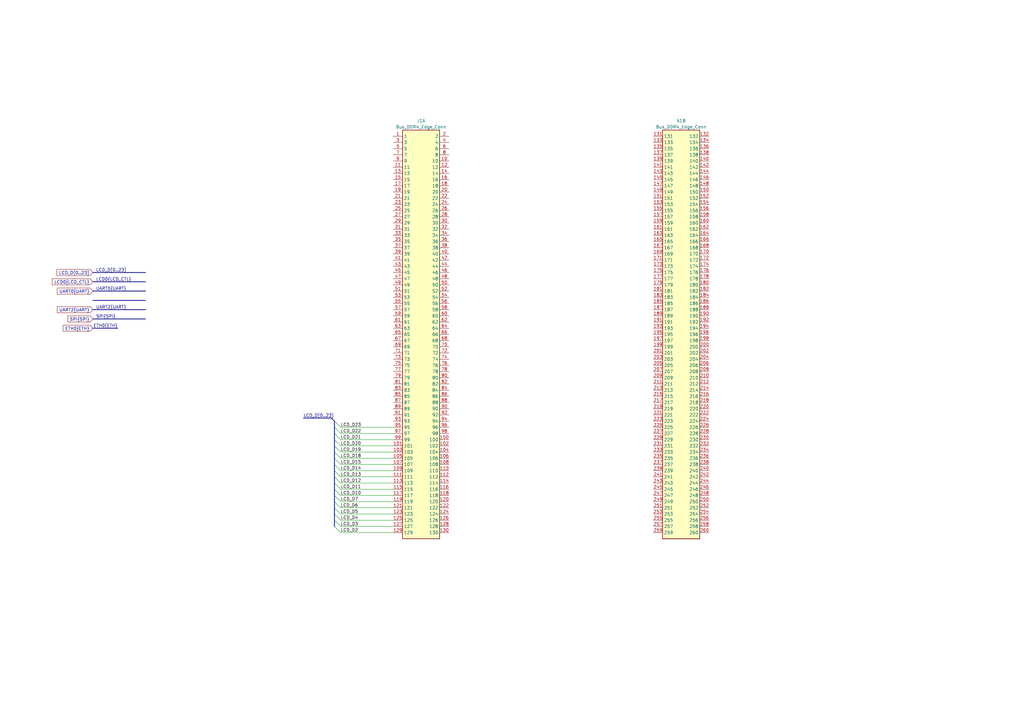
<source format=kicad_sch>
(kicad_sch (version 20231120) (generator "eeschema") (generator_version "8.0")
  (paper "A3")
  (lib_symbols
    (symbol "lpddr4-testbed:Bus_DDR4_Edge_Conn"
      (property "Reference" "A" (at 36.83 0 0))
      (property "Value" "Bus_DDR4_Edge_Conn" (at 36.83 -2.54 0))
      (symbol "Bus_DDR4_Edge_Conn_1_1"
        (rectangle (start 3.81 2.54) (end 19.05 -165.1) (stroke (width 0.254)) (fill (type background)))
        (pin passive line (at 0 0 0) (length 3.81) (name "1") (number "1"))
        (pin passive line (at 22.86 -10.16 180) (length 3.81) (name "10") (number "10"))
        (pin passive line (at 22.86 -124.46 180) (length 3.81) (name "100") (number "100"))
        (pin passive line (at 0 -127 0) (length 3.81) (name "101") (number "101"))
        (pin passive line (at 22.86 -127 180) (length 3.81) (name "102") (number "102"))
        (pin passive line (at 0 -129.54 0) (length 3.81) (name "103") (number "103"))
        (pin passive line (at 22.86 -129.54 180) (length 3.81) (name "104") (number "104"))
        (pin passive line (at 0 -132.08 0) (length 3.81) (name "105") (number "105"))
        (pin passive line (at 22.86 -132.08 180) (length 3.81) (name "106") (number "106"))
        (pin passive line (at 0 -134.62 0) (length 3.81) (name "107") (number "107"))
        (pin passive line (at 22.86 -134.62 180) (length 3.81) (name "108") (number "108"))
        (pin passive line (at 0 -137.16 0) (length 3.81) (name "109") (number "109"))
        (pin passive line (at 0 -12.7 0) (length 3.81) (name "11") (number "11"))
        (pin passive line (at 22.86 -137.16 180) (length 3.81) (name "110") (number "110"))
        (pin passive line (at 0 -139.7 0) (length 3.81) (name "111") (number "111"))
        (pin passive line (at 22.86 -139.7 180) (length 3.81) (name "112") (number "112"))
        (pin passive line (at 0 -142.24 0) (length 3.81) (name "113") (number "113"))
        (pin passive line (at 22.86 -142.24 180) (length 3.81) (name "114") (number "114"))
        (pin passive line (at 0 -144.78 0) (length 3.81) (name "115") (number "115"))
        (pin passive line (at 22.86 -144.78 180) (length 3.81) (name "116") (number "116"))
        (pin passive line (at 0 -147.32 0) (length 3.81) (name "117") (number "117"))
        (pin passive line (at 22.86 -147.32 180) (length 3.81) (name "118") (number "118"))
        (pin passive line (at 0 -149.86 0) (length 3.81) (name "119") (number "119"))
        (pin passive line (at 22.86 -12.7 180) (length 3.81) (name "12") (number "12"))
        (pin passive line (at 22.86 -149.86 180) (length 3.81) (name "120") (number "120"))
        (pin passive line (at 0 -152.4 0) (length 3.81) (name "121") (number "121"))
        (pin passive line (at 22.86 -152.4 180) (length 3.81) (name "122") (number "122"))
        (pin passive line (at 0 -154.94 0) (length 3.81) (name "123") (number "123"))
        (pin passive line (at 22.86 -154.94 180) (length 3.81) (name "124") (number "124"))
        (pin passive line (at 0 -157.48 0) (length 3.81) (name "125") (number "125"))
        (pin passive line (at 22.86 -157.48 180) (length 3.81) (name "126") (number "126"))
        (pin passive line (at 0 -160.02 0) (length 3.81) (name "127") (number "127"))
        (pin passive line (at 22.86 -160.02 180) (length 3.81) (name "128") (number "128"))
        (pin passive line (at 0 -162.56 0) (length 3.81) (name "129") (number "129"))
        (pin passive line (at 0 -15.24 0) (length 3.81) (name "13") (number "13"))
        (pin passive line (at 22.86 -162.56 180) (length 3.81) (name "130") (number "130"))
        (pin passive line (at 22.86 -15.24 180) (length 3.81) (name "14") (number "14"))
        (pin passive line (at 0 -17.78 0) (length 3.81) (name "15") (number "15"))
        (pin passive line (at 22.86 -17.78 180) (length 3.81) (name "16") (number "16"))
        (pin passive line (at 0 -20.32 0) (length 3.81) (name "17") (number "17"))
        (pin passive line (at 22.86 -20.32 180) (length 3.81) (name "18") (number "18"))
        (pin passive line (at 0 -22.86 0) (length 3.81) (name "19") (number "19"))
        (pin passive line (at 22.86 0 180) (length 3.81) (name "2") (number "2"))
        (pin passive line (at 22.86 -22.86 180) (length 3.81) (name "20") (number "20"))
        (pin passive line (at 0 -25.4 0) (length 3.81) (name "21") (number "21"))
        (pin passive line (at 22.86 -25.4 180) (length 3.81) (name "22") (number "22"))
        (pin passive line (at 0 -27.94 0) (length 3.81) (name "23") (number "23"))
        (pin passive line (at 22.86 -27.94 180) (length 3.81) (name "24") (number "24"))
        (pin passive line (at 0 -30.48 0) (length 3.81) (name "25") (number "25"))
        (pin passive line (at 22.86 -30.48 180) (length 3.81) (name "26") (number "26"))
        (pin passive line (at 0 -33.02 0) (length 3.81) (name "27") (number "27"))
        (pin passive line (at 22.86 -33.02 180) (length 3.81) (name "28") (number "28"))
        (pin passive line (at 0 -35.56 0) (length 3.81) (name "29") (number "29"))
        (pin passive line (at 0 -2.54 0) (length 3.81) (name "3") (number "3"))
        (pin passive line (at 22.86 -35.56 180) (length 3.81) (name "30") (number "30"))
        (pin passive line (at 0 -38.1 0) (length 3.81) (name "31") (number "31"))
        (pin passive line (at 22.86 -38.1 180) (length 3.81) (name "32") (number "32"))
        (pin passive line (at 0 -40.64 0) (length 3.81) (name "33") (number "33"))
        (pin passive line (at 22.86 -40.64 180) (length 3.81) (name "34") (number "34"))
        (pin passive line (at 0 -43.18 0) (length 3.81) (name "35") (number "35"))
        (pin passive line (at 22.86 -43.18 180) (length 3.81) (name "36") (number "36"))
        (pin passive line (at 0 -45.72 0) (length 3.81) (name "37") (number "37"))
        (pin passive line (at 22.86 -45.72 180) (length 3.81) (name "38") (number "38"))
        (pin passive line (at 0 -48.26 0) (length 3.81) (name "39") (number "39"))
        (pin passive line (at 22.86 -2.54 180) (length 3.81) (name "4") (number "4"))
        (pin passive line (at 22.86 -48.26 180) (length 3.81) (name "40") (number "40"))
        (pin passive line (at 0 -50.8 0) (length 3.81) (name "41") (number "41"))
        (pin passive line (at 22.86 -50.8 180) (length 3.81) (name "42") (number "42"))
        (pin passive line (at 0 -53.34 0) (length 3.81) (name "43") (number "43"))
        (pin passive line (at 22.86 -53.34 180) (length 3.81) (name "44") (number "44"))
        (pin passive line (at 0 -55.88 0) (length 3.81) (name "45") (number "45"))
        (pin passive line (at 22.86 -55.88 180) (length 3.81) (name "46") (number "46"))
        (pin passive line (at 0 -58.42 0) (length 3.81) (name "47") (number "47"))
        (pin passive line (at 22.86 -58.42 180) (length 3.81) (name "48") (number "48"))
        (pin passive line (at 0 -60.96 0) (length 3.81) (name "49") (number "49"))
        (pin passive line (at 0 -5.08 0) (length 3.81) (name "5") (number "5"))
        (pin passive line (at 22.86 -60.96 180) (length 3.81) (name "50") (number "50"))
        (pin passive line (at 0 -63.5 0) (length 3.81) (name "51") (number "51"))
        (pin passive line (at 22.86 -63.5 180) (length 3.81) (name "52") (number "52"))
        (pin passive line (at 0 -66.04 0) (length 3.81) (name "53") (number "53"))
        (pin passive line (at 22.86 -66.04 180) (length 3.81) (name "54") (number "54"))
        (pin passive line (at 0 -68.58 0) (length 3.81) (name "55") (number "55"))
        (pin passive line (at 22.86 -68.58 180) (length 3.81) (name "56") (number "56"))
        (pin passive line (at 0 -71.12 0) (length 3.81) (name "57") (number "57"))
        (pin passive line (at 22.86 -71.12 180) (length 3.81) (name "58") (number "58"))
        (pin passive line (at 0 -73.66 0) (length 3.81) (name "59") (number "59"))
        (pin passive line (at 22.86 -5.08 180) (length 3.81) (name "6") (number "6"))
        (pin passive line (at 22.86 -73.66 180) (length 3.81) (name "60") (number "60"))
        (pin passive line (at 0 -76.2 0) (length 3.81) (name "61") (number "61"))
        (pin passive line (at 22.86 -76.2 180) (length 3.81) (name "62") (number "62"))
        (pin passive line (at 0 -78.74 0) (length 3.81) (name "63") (number "63"))
        (pin passive line (at 22.86 -78.74 180) (length 3.81) (name "64") (number "64"))
        (pin passive line (at 0 -81.28 0) (length 3.81) (name "65") (number "65"))
        (pin passive line (at 22.86 -81.28 180) (length 3.81) (name "66") (number "66"))
        (pin passive line (at 0 -83.82 0) (length 3.81) (name "67") (number "67"))
        (pin passive line (at 22.86 -83.82 180) (length 3.81) (name "68") (number "68"))
        (pin passive line (at 0 -86.36 0) (length 3.81) (name "69") (number "69"))
        (pin passive line (at 0 -7.62 0) (length 3.81) (name "7") (number "7"))
        (pin passive line (at 22.86 -86.36 180) (length 3.81) (name "70") (number "70"))
        (pin passive line (at 0 -88.9 0) (length 3.81) (name "71") (number "71"))
        (pin passive line (at 22.86 -88.9 180) (length 3.81) (name "72") (number "72"))
        (pin passive line (at 0 -91.44 0) (length 3.81) (name "73") (number "73"))
        (pin passive line (at 22.86 -91.44 180) (length 3.81) (name "74") (number "74"))
        (pin passive line (at 0 -93.98 0) (length 3.81) (name "75") (number "75"))
        (pin passive line (at 22.86 -93.98 180) (length 3.81) (name "76") (number "76"))
        (pin passive line (at 0 -96.52 0) (length 3.81) (name "77") (number "77"))
        (pin passive line (at 22.86 -96.52 180) (length 3.81) (name "78") (number "78"))
        (pin passive line (at 0 -99.06 0) (length 3.81) (name "79") (number "79"))
        (pin passive line (at 22.86 -7.62 180) (length 3.81) (name "8") (number "8"))
        (pin passive line (at 22.86 -99.06 180) (length 3.81) (name "80") (number "80"))
        (pin passive line (at 0 -101.6 0) (length 3.81) (name "81") (number "81"))
        (pin passive line (at 22.86 -101.6 180) (length 3.81) (name "82") (number "82"))
        (pin passive line (at 0 -104.14 0) (length 3.81) (name "83") (number "83"))
        (pin passive line (at 22.86 -104.14 180) (length 3.81) (name "84") (number "84"))
        (pin passive line (at 0 -106.68 0) (length 3.81) (name "85") (number "85"))
        (pin passive line (at 22.86 -106.68 180) (length 3.81) (name "86") (number "86"))
        (pin passive line (at 0 -109.22 0) (length 3.81) (name "87") (number "87"))
        (pin passive line (at 22.86 -109.22 180) (length 3.81) (name "88") (number "88"))
        (pin passive line (at 0 -111.76 0) (length 3.81) (name "89") (number "89"))
        (pin passive line (at 0 -10.16 0) (length 3.81) (name "9") (number "9"))
        (pin passive line (at 22.86 -111.76 180) (length 3.81) (name "90") (number "90"))
        (pin passive line (at 0 -114.3 0) (length 3.81) (name "91") (number "91"))
        (pin passive line (at 22.86 -114.3 180) (length 3.81) (name "92") (number "92"))
        (pin passive line (at 0 -116.84 0) (length 3.81) (name "93") (number "93"))
        (pin passive line (at 22.86 -116.84 180) (length 3.81) (name "94") (number "94"))
        (pin passive line (at 0 -119.38 0) (length 3.81) (name "95") (number "95"))
        (pin passive line (at 22.86 -119.38 180) (length 3.81) (name "96") (number "96"))
        (pin passive line (at 0 -121.92 0) (length 3.81) (name "97") (number "97"))
        (pin passive line (at 22.86 -121.92 180) (length 3.81) (name "98") (number "98"))
        (pin passive line (at 0 -124.46 0) (length 3.81) (name "99") (number "99"))
      )
      (symbol "Bus_DDR4_Edge_Conn_2_1"
        (polyline (pts (xy 3.81 -165.1) (xy 19.05 -165.1)) (stroke (width 0.254)) (fill (type background)))
        (rectangle (start 3.81 2.54) (end 19.05 -165.1) (stroke (width 0.254)) (fill (type background)))
        (pin passive line (at 0 0 0) (length 3.81) (name "131") (number "131"))
        (pin passive line (at 22.86 0 180) (length 3.81) (name "132") (number "132"))
        (pin passive line (at 0 -2.54 0) (length 3.81) (name "133") (number "133"))
        (pin passive line (at 22.86 -2.54 180) (length 3.81) (name "134") (number "134"))
        (pin passive line (at 0 -5.08 0) (length 3.81) (name "135") (number "135"))
        (pin passive line (at 22.86 -5.08 180) (length 3.81) (name "136") (number "136"))
        (pin passive line (at 0 -7.62 0) (length 3.81) (name "137") (number "137"))
        (pin passive line (at 22.86 -7.62 180) (length 3.81) (name "138") (number "138"))
        (pin passive line (at 0 -10.16 0) (length 3.81) (name "139") (number "139"))
        (pin passive line (at 22.86 -10.16 180) (length 3.81) (name "140") (number "140"))
        (pin passive line (at 0 -12.7 0) (length 3.81) (name "141") (number "141"))
        (pin passive line (at 22.86 -12.7 180) (length 3.81) (name "142") (number "142"))
        (pin passive line (at 0 -15.24 0) (length 3.81) (name "143") (number "143"))
        (pin passive line (at 22.86 -15.24 180) (length 3.81) (name "144") (number "144"))
        (pin passive line (at 0 -17.78 0) (length 3.81) (name "145") (number "145"))
        (pin passive line (at 22.86 -17.78 180) (length 3.81) (name "146") (number "146"))
        (pin passive line (at 0 -20.32 0) (length 3.81) (name "147") (number "147"))
        (pin passive line (at 22.86 -20.32 180) (length 3.81) (name "148") (number "148"))
        (pin passive line (at 0 -22.86 0) (length 3.81) (name "149") (number "149"))
        (pin passive line (at 22.86 -22.86 180) (length 3.81) (name "150") (number "150"))
        (pin passive line (at 0 -25.4 0) (length 3.81) (name "151") (number "151"))
        (pin passive line (at 22.86 -25.4 180) (length 3.81) (name "152") (number "152"))
        (pin passive line (at 0 -27.94 0) (length 3.81) (name "153") (number "153"))
        (pin passive line (at 22.86 -27.94 180) (length 3.81) (name "154") (number "154"))
        (pin passive line (at 0 -30.48 0) (length 3.81) (name "155") (number "155"))
        (pin passive line (at 22.86 -30.48 180) (length 3.81) (name "156") (number "156"))
        (pin passive line (at 0 -33.02 0) (length 3.81) (name "157") (number "157"))
        (pin passive line (at 22.86 -33.02 180) (length 3.81) (name "158") (number "158"))
        (pin passive line (at 0 -35.56 0) (length 3.81) (name "159") (number "159"))
        (pin passive line (at 22.86 -35.56 180) (length 3.81) (name "160") (number "160"))
        (pin passive line (at 0 -38.1 0) (length 3.81) (name "161") (number "161"))
        (pin passive line (at 22.86 -38.1 180) (length 3.81) (name "162") (number "162"))
        (pin passive line (at 0 -40.64 0) (length 3.81) (name "163") (number "163"))
        (pin passive line (at 22.86 -40.64 180) (length 3.81) (name "164") (number "164"))
        (pin passive line (at 0 -43.18 0) (length 3.81) (name "165") (number "165"))
        (pin passive line (at 22.86 -43.18 180) (length 3.81) (name "166") (number "166"))
        (pin passive line (at 0 -45.72 0) (length 3.81) (name "167") (number "167"))
        (pin passive line (at 22.86 -45.72 180) (length 3.81) (name "168") (number "168"))
        (pin passive line (at 0 -48.26 0) (length 3.81) (name "169") (number "169"))
        (pin passive line (at 22.86 -48.26 180) (length 3.81) (name "170") (number "170"))
        (pin passive line (at 0 -50.8 0) (length 3.81) (name "171") (number "171"))
        (pin passive line (at 22.86 -50.8 180) (length 3.81) (name "172") (number "172"))
        (pin passive line (at 0 -53.34 0) (length 3.81) (name "173") (number "173"))
        (pin passive line (at 22.86 -53.34 180) (length 3.81) (name "174") (number "174"))
        (pin passive line (at 0 -55.88 0) (length 3.81) (name "175") (number "175"))
        (pin passive line (at 22.86 -55.88 180) (length 3.81) (name "176") (number "176"))
        (pin passive line (at 0 -58.42 0) (length 3.81) (name "177") (number "177"))
        (pin passive line (at 22.86 -58.42 180) (length 3.81) (name "178") (number "178"))
        (pin passive line (at 0 -60.96 0) (length 3.81) (name "179") (number "179"))
        (pin passive line (at 22.86 -60.96 180) (length 3.81) (name "180") (number "180"))
        (pin passive line (at 0 -63.5 0) (length 3.81) (name "181") (number "181"))
        (pin passive line (at 22.86 -63.5 180) (length 3.81) (name "182") (number "182"))
        (pin passive line (at 0 -66.04 0) (length 3.81) (name "183") (number "183"))
        (pin passive line (at 22.86 -66.04 180) (length 3.81) (name "184") (number "184"))
        (pin passive line (at 0 -68.58 0) (length 3.81) (name "185") (number "185"))
        (pin passive line (at 22.86 -68.58 180) (length 3.81) (name "186") (number "186"))
        (pin passive line (at 0 -71.12 0) (length 3.81) (name "187") (number "187"))
        (pin passive line (at 22.86 -71.12 180) (length 3.81) (name "188") (number "188"))
        (pin passive line (at 0 -73.66 0) (length 3.81) (name "189") (number "189"))
        (pin passive line (at 22.86 -73.66 180) (length 3.81) (name "190") (number "190"))
        (pin passive line (at 0 -76.2 0) (length 3.81) (name "191") (number "191"))
        (pin passive line (at 22.86 -76.2 180) (length 3.81) (name "192") (number "192"))
        (pin passive line (at 0 -78.74 0) (length 3.81) (name "193") (number "193"))
        (pin passive line (at 22.86 -78.74 180) (length 3.81) (name "194") (number "194"))
        (pin passive line (at 0 -81.28 0) (length 3.81) (name "195") (number "195"))
        (pin passive line (at 22.86 -81.28 180) (length 3.81) (name "196") (number "196"))
        (pin passive line (at 0 -83.82 0) (length 3.81) (name "197") (number "197"))
        (pin passive line (at 22.86 -83.82 180) (length 3.81) (name "198") (number "198"))
        (pin passive line (at 0 -86.36 0) (length 3.81) (name "199") (number "199"))
        (pin passive line (at 22.86 -86.36 180) (length 3.81) (name "200") (number "200"))
        (pin passive line (at 0 -88.9 0) (length 3.81) (name "201") (number "201"))
        (pin passive line (at 22.86 -88.9 180) (length 3.81) (name "202") (number "202"))
        (pin passive line (at 0 -91.44 0) (length 3.81) (name "203") (number "203"))
        (pin passive line (at 22.86 -91.44 180) (length 3.81) (name "204") (number "204"))
        (pin passive line (at 0 -93.98 0) (length 3.81) (name "205") (number "205"))
        (pin passive line (at 22.86 -93.98 180) (length 3.81) (name "206") (number "206"))
        (pin passive line (at 0 -96.52 0) (length 3.81) (name "207") (number "207"))
        (pin passive line (at 22.86 -96.52 180) (length 3.81) (name "208") (number "208"))
        (pin passive line (at 0 -99.06 0) (length 3.81) (name "209") (number "209"))
        (pin passive line (at 22.86 -99.06 180) (length 3.81) (name "210") (number "210"))
        (pin passive line (at 0 -101.6 0) (length 3.81) (name "211") (number "211"))
        (pin passive line (at 22.86 -101.6 180) (length 3.81) (name "212") (number "212"))
        (pin passive line (at 0 -104.14 0) (length 3.81) (name "213") (number "213"))
        (pin passive line (at 22.86 -104.14 180) (length 3.81) (name "214") (number "214"))
        (pin passive line (at 0 -106.68 0) (length 3.81) (name "215") (number "215"))
        (pin passive line (at 22.86 -106.68 180) (length 3.81) (name "216") (number "216"))
        (pin passive line (at 0 -109.22 0) (length 3.81) (name "217") (number "217"))
        (pin passive line (at 22.86 -109.22 180) (length 3.81) (name "218") (number "218"))
        (pin passive line (at 0 -111.76 0) (length 3.81) (name "219") (number "219"))
        (pin passive line (at 22.86 -111.76 180) (length 3.81) (name "220") (number "220"))
        (pin passive line (at 0 -114.3 0) (length 3.81) (name "221") (number "221"))
        (pin passive line (at 22.86 -114.3 180) (length 3.81) (name "222") (number "222"))
        (pin passive line (at 0 -116.84 0) (length 3.81) (name "223") (number "223"))
        (pin passive line (at 22.86 -116.84 180) (length 3.81) (name "224") (number "224"))
        (pin passive line (at 0 -119.38 0) (length 3.81) (name "225") (number "225"))
        (pin passive line (at 22.86 -119.38 180) (length 3.81) (name "226") (number "226"))
        (pin passive line (at 0 -121.92 0) (length 3.81) (name "227") (number "227"))
        (pin passive line (at 22.86 -121.92 180) (length 3.81) (name "228") (number "228"))
        (pin passive line (at 0 -124.46 0) (length 3.81) (name "229") (number "229"))
        (pin passive line (at 22.86 -124.46 180) (length 3.81) (name "230") (number "230"))
        (pin passive line (at 0 -127 0) (length 3.81) (name "231") (number "231"))
        (pin passive line (at 22.86 -127 180) (length 3.81) (name "232") (number "232"))
        (pin passive line (at 0 -129.54 0) (length 3.81) (name "233") (number "233"))
        (pin passive line (at 22.86 -129.54 180) (length 3.81) (name "234") (number "234"))
        (pin passive line (at 0 -132.08 0) (length 3.81) (name "235") (number "235"))
        (pin passive line (at 22.86 -132.08 180) (length 3.81) (name "236") (number "236"))
        (pin passive line (at 0 -134.62 0) (length 3.81) (name "237") (number "237"))
        (pin passive line (at 22.86 -134.62 180) (length 3.81) (name "238") (number "238"))
        (pin passive line (at 0 -137.16 0) (length 3.81) (name "239") (number "239"))
        (pin passive line (at 22.86 -137.16 180) (length 3.81) (name "240") (number "240"))
        (pin passive line (at 0 -139.7 0) (length 3.81) (name "241") (number "241"))
        (pin passive line (at 22.86 -139.7 180) (length 3.81) (name "242") (number "242"))
        (pin passive line (at 0 -142.24 0) (length 3.81) (name "243") (number "243"))
        (pin passive line (at 22.86 -142.24 180) (length 3.81) (name "244") (number "244"))
        (pin passive line (at 0 -144.78 0) (length 3.81) (name "245") (number "245"))
        (pin passive line (at 22.86 -144.78 180) (length 3.81) (name "246") (number "246"))
        (pin passive line (at 0 -147.32 0) (length 3.81) (name "247") (number "247"))
        (pin passive line (at 22.86 -147.32 180) (length 3.81) (name "248") (number "248"))
        (pin passive line (at 0 -149.86 0) (length 3.81) (name "249") (number "249"))
        (pin passive line (at 22.86 -149.86 180) (length 3.81) (name "250") (number "250"))
        (pin passive line (at 0 -152.4 0) (length 3.81) (name "251") (number "251"))
        (pin passive line (at 22.86 -152.4 180) (length 3.81) (name "252") (number "252"))
        (pin passive line (at 0 -154.94 0) (length 3.81) (name "253") (number "253"))
        (pin passive line (at 22.86 -154.94 180) (length 3.81) (name "254") (number "254"))
        (pin passive line (at 0 -157.48 0) (length 3.81) (name "255") (number "255"))
        (pin passive line (at 22.86 -157.48 180) (length 3.81) (name "256") (number "256"))
        (pin passive line (at 0 -160.02 0) (length 3.81) (name "257") (number "257"))
        (pin passive line (at 22.86 -160.02 180) (length 3.81) (name "258") (number "258"))
        (pin passive line (at 0 -162.56 0) (length 3.81) (name "259") (number "259"))
        (pin passive line (at 22.86 -162.56 180) (length 3.81) (name "260") (number "260"))
      )
    )
  )
  (bus_entry (at -52.07 34.29) (size 2.54 2.54))
  (bus_entry (at 134.62 -35.56) (size -2.54 2.54))
  (bus_entry (at 137.16 182.88) (size 2.54 2.54))
  (bus_entry (at -49.53 -29.21) (size -2.54 -2.54))
  (bus_entry (at -49.53 -26.67) (size -2.54 -2.54))
  (bus_entry (at 134.62 -33.02) (size -2.54 2.54))
  (bus_entry (at 137.16 215.9) (size 2.54 2.54))
  (bus_entry (at -49.53 -24.13) (size -2.54 -2.54))
  (bus_entry (at -52.07 -6.35) (size 2.54 2.54))
  (bus_entry (at -52.07 13.97) (size 2.54 2.54))
  (bus_entry (at 137.16 185.42) (size 2.54 2.54))
  (bus_entry (at 137.16 187.96) (size 2.54 2.54))
  (bus_entry (at -52.07 -1.27) (size 2.54 2.54))
  (bus_entry (at 137.16 190.5) (size 2.54 2.54))
  (bus_entry (at -52.07 36.83) (size 2.54 2.54))
  (bus_entry (at 137.16 203.2) (size 2.54 2.54))
  (bus_entry (at -52.07 -3.81) (size 2.54 2.54))
  (bus_entry (at -52.07 -34.29) (size 2.54 2.54))
  (bus_entry (at 134.62 -38.1) (size -2.54 2.54))
  (bus_entry (at 137.16 208.28) (size 2.54 2.54))
  (bus_entry (at 137.16 193.04) (size 2.54 2.54))
  (bus_entry (at 137.16 210.82) (size 2.54 2.54))
  (bus_entry (at 137.16 175.26) (size 2.54 2.54))
  (bus_entry (at 137.16 198.12) (size 2.54 2.54))
  (bus_entry (at 137.16 177.8) (size 2.54 2.54))
  (bus_entry (at 137.16 200.66) (size 2.54 2.54))
  (bus_entry (at -52.07 -8.89) (size 2.54 2.54))
  (bus_entry (at 137.16 213.36) (size 2.54 2.54))
  (bus_entry (at 137.16 180.34) (size 2.54 2.54))
  (bus_entry (at 137.16 195.58) (size 2.54 2.54))
  (bus_entry (at -52.07 16.51) (size 2.54 2.54))
  (bus_entry (at 137.16 172.72) (size 2.54 2.54))
  (bus_entry (at -52.07 31.75) (size 2.54 2.54))
  (bus_entry (at -49.53 -21.59) (size -2.54 -2.54))
  (bus_entry (at 137.16 205.74) (size 2.54 2.54))
  (bus_entry (at -52.07 29.21) (size 2.54 2.54))
  (bus_entry (at 134.62 -30.48) (size -2.54 2.54))
  (bus (pts (xy -53.34 27.94) (xy -68.58 27.94)))
  (wire (pts (xy -27.94 -1.27) (xy -49.53 -1.27)))
  (bus (pts (xy 137.16 208.28) (xy 137.16 210.82)))
  (bus (pts (xy -53.34 -10.16) (xy -52.07 -8.89)))
  (bus (pts (xy 137.16 210.82) (xy 137.16 213.36)))
  (bus (pts (xy -52.07 13.97) (xy -53.34 12.7)))
  (wire (pts (xy -27.94 -31.75) (xy -49.53 -31.75)))
  (wire (pts (xy 105.41 -30.48) (xy 132.08 -30.48)))
  (wire (pts (xy -27.94 1.27) (xy -49.53 1.27)))
  (wire (pts (xy 139.7 180.34) (xy 161.29 180.34)))
  (bus (pts (xy 134.62 -33.02) (xy 134.62 -30.48)))
  (wire (pts (xy 139.7 195.58) (xy 161.29 195.58)))
  (wire (pts (xy 105.41 -33.02) (xy 132.08 -33.02)))
  (bus (pts (xy 135.89 -39.37) (xy 146.05 -39.37)))
  (bus (pts (xy 38.1 123.19) (xy 59.69 123.19)))
  (wire (pts (xy -27.94 -24.13) (xy -49.53 -24.13)))
  (bus (pts (xy 134.62 -35.56) (xy 134.62 -33.02)))
  (bus (pts (xy 137.16 195.58) (xy 137.16 198.12)))
  (wire (pts (xy -27.94 6.35) (xy -43.18 6.35)))
  (wire (pts (xy 139.7 203.2) (xy 161.29 203.2)))
  (bus (pts (xy 137.16 182.88) (xy 137.16 185.42)))
  (bus (pts (xy -52.07 -29.21) (xy -52.07 -26.67)))
  (bus (pts (xy -52.07 -26.67) (xy -52.07 -24.13)))
  (wire (pts (xy -27.94 8.89) (xy -43.18 8.89)))
  (bus (pts (xy 137.16 193.04) (xy 137.16 195.58)))
  (wire (pts (xy 105.41 -27.94) (xy 132.08 -27.94)))
  (bus (pts (xy -52.07 -3.81) (xy -52.07 -1.27)))
  (wire (pts (xy -27.94 36.83) (xy -49.53 36.83)))
  (bus (pts (xy -52.07 13.97) (xy -52.07 16.51)))
  (bus (pts (xy -52.07 29.21) (xy -52.07 31.75)))
  (bus (pts (xy -53.34 -35.56) (xy -68.58 -35.56)))
  (bus (pts (xy 38.1 127) (xy 59.69 127)))
  (wire (pts (xy -27.94 16.51) (xy -49.53 16.51)))
  (wire (pts (xy 139.7 175.26) (xy 161.29 175.26)))
  (wire (pts (xy 139.7 210.82) (xy 161.29 210.82)))
  (wire (pts (xy 139.7 177.8) (xy 161.29 177.8)))
  (bus (pts (xy -52.07 -31.75) (xy -52.07 -29.21)))
  (bus (pts (xy 137.16 187.96) (xy 137.16 190.5)))
  (bus (pts (xy 124.46 171.45) (xy 135.89 171.45)))
  (bus (pts (xy 137.16 203.2) (xy 137.16 205.74)))
  (bus (pts (xy 137.16 177.8) (xy 137.16 175.26)))
  (bus (pts (xy 48.26 134.62) (xy 38.1 134.62)))
  (wire (pts (xy -27.94 3.81) (xy -43.18 3.81)))
  (bus (pts (xy -53.34 27.94) (xy -52.07 29.21)))
  (bus (pts (xy 38.1 130.81) (xy 59.69 130.81)))
  (wire (pts (xy -27.94 -29.21) (xy -49.53 -29.21)))
  (wire (pts (xy -27.94 -26.67) (xy -49.53 -26.67)))
  (wire (pts (xy 161.29 218.44) (xy 139.7 218.44)))
  (bus (pts (xy 137.16 175.26) (xy 137.16 172.72)))
  (bus (pts (xy 137.16 205.74) (xy 137.16 208.28)))
  (wire (pts (xy 139.7 198.12) (xy 161.29 198.12)))
  (bus (pts (xy 135.89 171.45) (xy 137.16 172.72)))
  (wire (pts (xy 139.7 190.5) (xy 161.29 190.5)))
  (wire (pts (xy -27.94 39.37) (xy -49.53 39.37)))
  (bus (pts (xy -52.07 -6.35) (xy -52.07 -3.81)))
  (bus (pts (xy -52.07 34.29) (xy -52.07 36.83)))
  (bus (pts (xy 137.16 177.8) (xy 137.16 180.34)))
  (wire (pts (xy -27.94 34.29) (xy -49.53 34.29)))
  (wire (pts (xy 139.7 213.36) (xy 161.29 213.36)))
  (wire (pts (xy 105.41 -35.56) (xy 132.08 -35.56)))
  (bus (pts (xy -53.34 -33.02) (xy -52.07 -31.75)))
  (bus (pts (xy 137.16 213.36) (xy 137.16 215.9)))
  (bus (pts (xy 134.62 -38.1) (xy 134.62 -35.56)))
  (wire (pts (xy 139.7 208.28) (xy 161.29 208.28)))
  (bus (pts (xy -53.34 -10.16) (xy -68.58 -10.16)))
  (bus (pts (xy 134.62 -38.1) (xy 135.89 -39.37)))
  (wire (pts (xy -27.94 -21.59) (xy -49.53 -21.59)))
  (bus (pts (xy 137.16 180.34) (xy 137.16 182.88)))
  (wire (pts (xy 139.7 205.74) (xy 161.29 205.74)))
  (bus (pts (xy 38.1 119.38) (xy 59.69 119.38)))
  (wire (pts (xy 139.7 200.66) (xy 161.29 200.66)))
  (wire (pts (xy 139.7 182.88) (xy 161.29 182.88)))
  (bus (pts (xy 38.1 115.57) (xy 59.69 115.57)))
  (wire (pts (xy -27.94 11.43) (xy -43.18 11.43)))
  (wire (pts (xy -27.94 19.05) (xy -49.53 19.05)))
  (bus (pts (xy 137.16 190.5) (xy 137.16 193.04)))
  (bus (pts (xy 38.1 111.76) (xy 59.69 111.76)))
  (bus (pts (xy 137.16 185.42) (xy 137.16 187.96)))
  (bus (pts (xy -53.34 -35.56) (xy -52.07 -34.29)))
  (bus (pts (xy -53.34 12.7) (xy -68.58 12.7)))
  (wire (pts (xy 139.7 185.42) (xy 161.29 185.42)))
  (bus (pts (xy 137.16 198.12) (xy 137.16 200.66)))
  (bus (pts (xy 137.16 200.66) (xy 137.16 203.2)))
  (wire (pts (xy -27.94 -3.81) (xy -49.53 -3.81)))
  (bus (pts (xy -53.34 -33.02) (xy -68.58 -33.02)))
  (wire (pts (xy -27.94 31.75) (xy -49.53 31.75)))
  (bus (pts (xy -52.07 31.75) (xy -52.07 34.29)))
  (wire (pts (xy -27.94 -6.35) (xy -49.53 -6.35)))
  (wire (pts (xy 139.7 215.9) (xy 161.29 215.9)))
  (bus (pts (xy -52.07 -8.89) (xy -52.07 -6.35)))
  (wire (pts (xy 139.7 193.04) (xy 161.29 193.04)))
  (wire (pts (xy 139.7 187.96) (xy 161.29 187.96)))
  (label "LCD_D3" (at 139.7 215.9 0))
  (label "UART2.CTS" (at -49.53 1.27 0))
  (label "LCD_D2" (at -49.53 -31.75 0))
  (label "LCD0{LCD_CTL}" (at -68.58 -33.02 0))
  (label "LCD_D[0..23]" (at 124.46 171.45 0))
  (label "UART2{UART}" (at 39.37 127 0))
  (label "LCD_D[0..23]" (at 39.37 111.76 0))
  (label "PB7_SDA" (at -43.18 11.43 0))
  (label "ETH0.RX_N" (at 121.92 -27.94 0))
  (label "LCD_D6" (at 139.7 208.28 0))
  (label "SPI.MOSI" (at -49.53 39.37 0))
  (label "LCD_D10" (at 139.7 203.2 0))
  (label "UART0{UART}" (at 39.37 119.38 0))
  (label "LCD_D12" (at 139.7 198.12 0))
  (label "PB6_SCK" (at -43.18 8.89 0))
  (label "SPI.CLK" (at -49.53 34.29 0))
  (label "LCD0{LCD_CTL}" (at 39.37 115.57 0))
  (label "LCD0.DE" (at -49.53 -24.13 0))
  (label "UART2.RX" (at -49.53 -3.81 0))
  (label "ETH0{ETH}" (at 48.26 134.62 180))
  (label "LCD_D2" (at 139.7 218.44 0))
  (label "LCD_D18" (at 139.7 187.96 0))
  (label "LCD_D13" (at 139.7 195.58 0))
  (label "PB5_PWM1" (at -43.18 6.35 0))
  (label "LCD_D20" (at 139.7 182.88 0))
  (label "ETH0.TX_N" (at 121.92 -33.02 0))
  (label "LCD_D14" (at 139.7 193.04 0))
  (label "LCD_D15" (at 139.7 190.5 0))
  (label "LCD_D22" (at 139.7 177.8 0))
  (label "UART2.TX" (at -49.53 -6.35 0))
  (label "SPI{SPI}" (at 39.37 130.81 0))
  (label "LCD_D11" (at 139.7 200.66 0))
  (label "SPI.CS" (at -49.53 36.83 0))
  (label "LCD_D7" (at 139.7 205.74 0))
  (label "ETH0.TX_P" (at 121.92 -35.56 0))
  (label "LCD_D21" (at 139.7 180.34 0))
  (label "SPI.MISO" (at -49.53 31.75 0))
  (label "PB4_PWM0" (at -43.18 3.81 0))
  (label "LCD0.CLK" (at -49.53 -21.59 0))
  (label "UART0.TX" (at -49.53 16.51 0))
  (label "ETH0.RX_P" (at 121.92 -30.48 0))
  (label "UART0{UART}" (at -68.58 12.7 0))
  (label "SPI{SPI}" (at -68.58 27.94 0))
  (label "UART2.RTS" (at -49.53 -1.27 0))
  (label "ETH0{ETH}" (at 135.89 -39.37 0))
  (label "UART0.RX" (at -49.53 19.05 0))
  (label "LCD_D4" (at 139.7 213.36 0))
  (label "LCD_D19" (at 139.7 185.42 0))
  (label "LCD0.HSYNC" (at -49.53 -26.67 0))
  (label "LCD_D23" (at 139.7 175.26 0))
  (label "LCD_D5" (at 139.7 210.82 0))
  (label "LCD_D[0..23]" (at -66.04 -35.56 0))
  (label "LCD0.VSYNC" (at -49.53 -29.21 0))
  (label "UART2{UART}" (at -68.58 -10.16 0))
  (global_label "LCD0{LCD_CTL}" (shape input) (at 38.1 115.57 180) (property "Intersheetrefs" "${INTERSHEET_REFS}" (effects (hide yes))))
  (global_label "ETH0{ETH}" (shape input) (at 38.1 134.62 180) (property "Intersheetrefs" "${INTERSHEET_REFS}" (effects (hide yes))))
  (global_label "LCD_D[0..23]" (shape input) (at 38.1 111.76 180) (property "Intersheetrefs" "${INTERSHEET_REFS}" (effects (hide yes))))
  (global_label "UART2{UART}" (shape input) (at 38.1 127 180) (property "Intersheetrefs" "${INTERSHEET_REFS}" (effects (hide yes))))
  (global_label "UART0{UART}" (shape input) (at 38.1 119.38 180) (property "Intersheetrefs" "${INTERSHEET_REFS}" (effects (hide yes))))
  (global_label "SPI{SPI}" (shape input) (at 38.1 130.81 180) (property "Intersheetrefs" "${INTERSHEET_REFS}" (effects (hide yes))))
  (symbol (lib_id "lpddr4-testbed:Bus_DDR4_Edge_Conn") (at 161.29 55.88 0) (unit 1)
    (property "Reference" "J1" (at 172.72 49.53 0))
    (property "Value" "Bus_DDR4_Edge_Conn" (at 172.72 52.07 0))
    (property "Footprint" "lpddr4-testbed-footprints:Bus_DDR4_Conn_Edge" (effects (hide yes)))
    (property "Datasheet" "https://www.te.com/commerce/DocumentDelivery/DDEController?Action=showdoc&DocId=Customer+Drawing%7F2309413%7F6%7Fpdf%7FEnglish%7FENG_CD_2309413_6.pdf%7F2309413-1" (effects (hide yes)))
    (property "Author" "Antmicro" (effects (hide yes)))
    (property "License" "Apache-2.0" (effects (hide yes)))
  )
  (symbol (lib_id "lpddr4-testbed:Bus_DDR4_Edge_Conn") (at 267.97 55.88 0) (unit 2)
    (property "Reference" "A1" (at 279.4 49.53 0))
    (property "Value" "Bus_DDR4_Edge_Conn" (at 279.4 52.07 0))
    (property "Footprint" "lpddr4-testbed-footprints:Bus_DDR4_Conn_Edge" (effects (hide yes)))
    (property "Datasheet" "https://www.te.com/commerce/DocumentDelivery/DDEController?Action=showdoc&DocId=Customer+Drawing%7F2309413%7F6%7Fpdf%7FEnglish%7FENG_CD_2309413_6.pdf%7F2309413-1" (effects (hide yes)))
    (property "Author" "Antmicro" (effects (hide yes)))
    (property "License" "Apache-2.0" (effects (hide yes)))
  )
)
</source>
